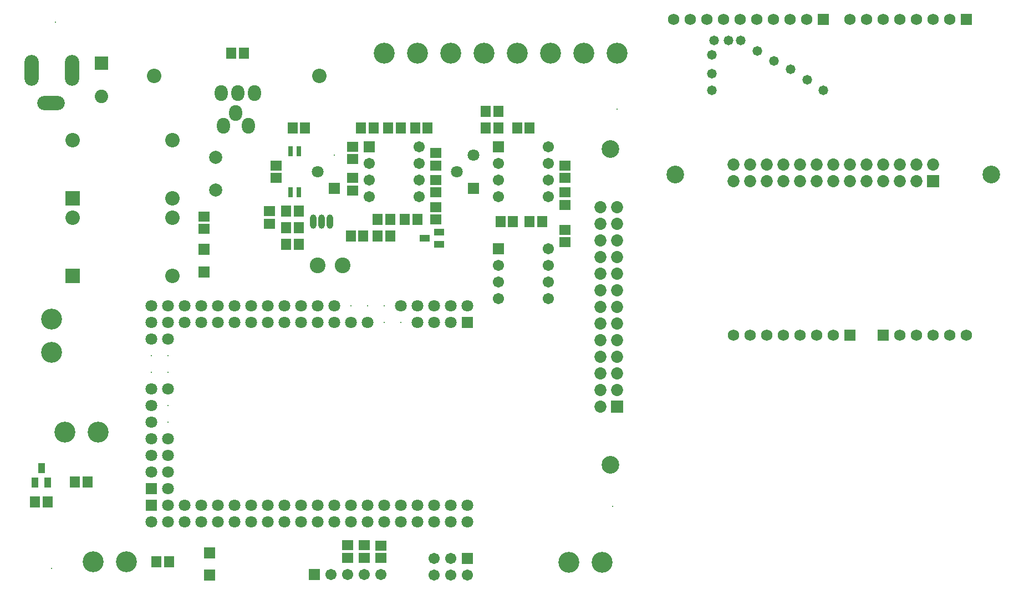
<source format=gts>
%FSLAX25Y25*%
%MOIN*%
G70*
G01*
G75*
G04 Layer_Color=8388736*
%ADD10R,0.05118X0.05906*%
%ADD11R,0.05118X0.03347*%
%ADD12R,0.06000X0.06000*%
%ADD13R,0.03347X0.05118*%
%ADD14R,0.02362X0.05118*%
%ADD15R,0.05906X0.05118*%
%ADD16C,0.02500*%
%ADD17C,0.10000*%
%ADD18C,0.01500*%
%ADD19O,0.07087X0.08661*%
%ADD20R,0.06000X0.06000*%
%ADD21C,0.06000*%
%ADD22C,0.07874*%
%ADD23R,0.07874X0.07874*%
%ADD24O,0.15748X0.07874*%
%ADD25O,0.07874X0.17716*%
%ADD26O,0.03000X0.07874*%
%ADD27R,0.06299X0.06299*%
%ADD28C,0.06299*%
%ADD29O,0.03000X0.07874*%
%ADD30C,0.07087*%
%ADD31R,0.05906X0.05906*%
%ADD32C,0.05906*%
%ADD33R,0.07284X0.07284*%
%ADD34C,0.07284*%
%ADD35R,0.06299X0.06299*%
%ADD36C,0.08661*%
%ADD37C,0.06496*%
%ADD38R,0.06496X0.06496*%
%ADD39R,0.06496X0.06496*%
%ADD40C,0.11811*%
%ADD41C,0.09843*%
%ADD42C,0.05000*%
%ADD43R,0.00787X0.00787*%
%ADD44C,0.08000*%
%ADD45C,0.00787*%
%ADD46C,0.01000*%
%ADD47C,0.00984*%
%ADD48C,0.02362*%
%ADD49R,0.01181X0.08268*%
%ADD50R,0.08268X0.01181*%
%ADD51C,0.05906*%
%ADD52C,0.01969*%
%ADD53C,0.03937*%
%ADD54C,0.02000*%
%ADD55C,0.00500*%
%ADD56C,0.00700*%
%ADD57C,0.03000*%
%ADD58C,0.00800*%
%ADD59C,0.00591*%
%ADD60R,0.20000X0.25000*%
%ADD61R,0.06102X0.16142*%
%ADD62R,0.05918X0.06706*%
%ADD63R,0.05918X0.04147*%
%ADD64R,0.06800X0.06800*%
%ADD65R,0.04147X0.05918*%
%ADD66R,0.03162X0.05918*%
%ADD67R,0.06706X0.05918*%
%ADD68O,0.07887X0.09461*%
%ADD69R,0.06800X0.06800*%
%ADD70C,0.06800*%
%ADD71C,0.08674*%
%ADD72R,0.08674X0.08674*%
%ADD73O,0.16548X0.08674*%
%ADD74O,0.08674X0.18517*%
%ADD75O,0.03800X0.08674*%
%ADD76R,0.07099X0.07099*%
%ADD77C,0.07099*%
%ADD78C,0.00800*%
%ADD79O,0.03800X0.08674*%
%ADD80C,0.07887*%
%ADD81R,0.06706X0.06706*%
%ADD82C,0.06706*%
%ADD83R,0.08083X0.08083*%
%ADD84C,0.08083*%
%ADD85R,0.07099X0.07099*%
%ADD86C,0.09461*%
%ADD87C,0.07296*%
%ADD88R,0.07296X0.07296*%
%ADD89R,0.07296X0.07296*%
%ADD90C,0.12611*%
%ADD91C,0.10642*%
%ADD92C,0.05800*%
D62*
X165394Y279714D02*
D03*
X172874D02*
D03*
X206644D02*
D03*
X214124D02*
D03*
X281644Y289715D02*
D03*
X289124D02*
D03*
X207874Y214715D02*
D03*
X200394D02*
D03*
X222894Y279714D02*
D03*
X230374D02*
D03*
X136124Y324714D02*
D03*
X128644D02*
D03*
X240374Y224714D02*
D03*
X232894D02*
D03*
X246624Y279714D02*
D03*
X239144D02*
D03*
X161644Y219714D02*
D03*
X169124D02*
D03*
X169124Y229714D02*
D03*
X161644D02*
D03*
X83644Y18714D02*
D03*
X91124D02*
D03*
X34644Y66715D02*
D03*
X42124D02*
D03*
X10644Y54715D02*
D03*
X18124D02*
D03*
X281644Y279714D02*
D03*
X289124D02*
D03*
X224124Y214715D02*
D03*
X216644D02*
D03*
X169124Y209715D02*
D03*
X161644D02*
D03*
X290394Y223464D02*
D03*
X297874D02*
D03*
X307894D02*
D03*
X315374D02*
D03*
X216644Y224714D02*
D03*
X224124D02*
D03*
X307874Y279714D02*
D03*
X300394D02*
D03*
D63*
X253465Y209724D02*
D03*
X244803Y213464D02*
D03*
X253465Y217205D02*
D03*
D64*
X112134Y193214D02*
D03*
Y206715D02*
D03*
X115384Y24215D02*
D03*
Y10714D02*
D03*
D65*
X10644Y66384D02*
D03*
X14384Y75045D02*
D03*
X18124Y66384D02*
D03*
D66*
X169134Y265866D02*
D03*
X164134Y241063D02*
D03*
X169134D02*
D03*
X164134Y265866D02*
D03*
D67*
X218384Y28455D02*
D03*
Y20974D02*
D03*
X198634Y28705D02*
D03*
Y21224D02*
D03*
X208634Y28705D02*
D03*
Y21224D02*
D03*
X329134Y249724D02*
D03*
Y257205D02*
D03*
X151634Y229705D02*
D03*
Y222224D02*
D03*
X329134Y218455D02*
D03*
Y210974D02*
D03*
X112134Y226455D02*
D03*
Y218974D02*
D03*
X251634Y240974D02*
D03*
Y248455D02*
D03*
Y264705D02*
D03*
Y257224D02*
D03*
Y232205D02*
D03*
Y224724D02*
D03*
X155384Y249724D02*
D03*
Y257205D02*
D03*
X329134Y233474D02*
D03*
Y240955D02*
D03*
X201634Y268455D02*
D03*
Y260974D02*
D03*
Y249705D02*
D03*
Y242224D02*
D03*
D68*
X138750Y281250D02*
D03*
X131250Y288750D02*
D03*
X123750Y281250D02*
D03*
X142384Y300714D02*
D03*
X132384D02*
D03*
X122384D02*
D03*
D69*
X500625Y155000D02*
D03*
X570625Y345000D02*
D03*
X484625D02*
D03*
X520625Y155000D02*
D03*
D70*
X470625D02*
D03*
X460625D02*
D03*
X450625D02*
D03*
X440625D02*
D03*
X430625D02*
D03*
X490625D02*
D03*
X480625D02*
D03*
X540625Y345000D02*
D03*
X530625D02*
D03*
X520625D02*
D03*
X510625D02*
D03*
X500625D02*
D03*
X560625D02*
D03*
X550625D02*
D03*
X474625D02*
D03*
X464625D02*
D03*
X454625D02*
D03*
X444625D02*
D03*
X434625D02*
D03*
X424625D02*
D03*
X414625D02*
D03*
X404625D02*
D03*
X394625D02*
D03*
X530625Y155000D02*
D03*
X540625D02*
D03*
X550625D02*
D03*
X560625D02*
D03*
X570625D02*
D03*
D71*
X181625Y311250D02*
D03*
X82125D02*
D03*
X93125Y237500D02*
D03*
Y272500D02*
D03*
X33125D02*
D03*
X93125Y190625D02*
D03*
Y225625D02*
D03*
X33125D02*
D03*
D72*
Y237500D02*
D03*
Y190625D02*
D03*
D73*
X20321Y294714D02*
D03*
D74*
X8510Y314400D02*
D03*
X32919D02*
D03*
D75*
X182884Y223464D02*
D03*
X177884D02*
D03*
D76*
X190384Y243464D02*
D03*
X274134D02*
D03*
D77*
X180384Y253465D02*
D03*
X264134D02*
D03*
X274134Y263464D02*
D03*
X270384Y42715D02*
D03*
Y52715D02*
D03*
X260384Y42715D02*
D03*
Y52715D02*
D03*
X250384Y42715D02*
D03*
Y52715D02*
D03*
X240384Y42715D02*
D03*
Y52715D02*
D03*
X230384Y42715D02*
D03*
Y52715D02*
D03*
X220384Y42715D02*
D03*
Y52715D02*
D03*
X210384Y42715D02*
D03*
Y52715D02*
D03*
X200384Y42715D02*
D03*
Y52715D02*
D03*
X190384Y42715D02*
D03*
Y52715D02*
D03*
X180384Y42715D02*
D03*
Y52715D02*
D03*
X170384Y42715D02*
D03*
Y52715D02*
D03*
X160384Y42715D02*
D03*
Y52715D02*
D03*
X150384Y42715D02*
D03*
Y52715D02*
D03*
X140384Y42715D02*
D03*
Y52715D02*
D03*
X130384Y42715D02*
D03*
Y52715D02*
D03*
X120384Y42715D02*
D03*
Y52715D02*
D03*
X110384Y42715D02*
D03*
Y52715D02*
D03*
X100384Y42715D02*
D03*
Y52715D02*
D03*
X90384Y42715D02*
D03*
Y52715D02*
D03*
X80384Y42715D02*
D03*
X90384Y152715D02*
D03*
X80384D02*
D03*
X90384Y122714D02*
D03*
X80384D02*
D03*
Y112715D02*
D03*
Y102715D02*
D03*
X90384Y92715D02*
D03*
X80384D02*
D03*
X90384Y82714D02*
D03*
X80384D02*
D03*
X90384Y72715D02*
D03*
X80384D02*
D03*
X90384Y62714D02*
D03*
X80384Y172714D02*
D03*
Y162715D02*
D03*
X90384Y172714D02*
D03*
Y162715D02*
D03*
X100384Y172714D02*
D03*
Y162715D02*
D03*
X110384Y172714D02*
D03*
Y162715D02*
D03*
X120384Y172714D02*
D03*
Y162715D02*
D03*
X130384Y172714D02*
D03*
Y162715D02*
D03*
X140384Y172714D02*
D03*
Y162715D02*
D03*
X150384Y172714D02*
D03*
Y162715D02*
D03*
X160384Y172714D02*
D03*
Y162715D02*
D03*
X170384Y172714D02*
D03*
Y162715D02*
D03*
X180384Y172714D02*
D03*
Y162715D02*
D03*
X190384Y172714D02*
D03*
Y162715D02*
D03*
X200384D02*
D03*
X210384D02*
D03*
X230384Y172714D02*
D03*
X240384D02*
D03*
Y162715D02*
D03*
X250384Y172714D02*
D03*
Y162715D02*
D03*
X260384Y172714D02*
D03*
Y162715D02*
D03*
X270384Y172714D02*
D03*
D78*
X190384Y263464D02*
D03*
X90384Y142715D02*
D03*
X80384D02*
D03*
X90384Y132714D02*
D03*
X80384D02*
D03*
X90384Y112715D02*
D03*
Y102715D02*
D03*
X200384Y172714D02*
D03*
X210384D02*
D03*
X220384D02*
D03*
Y162715D02*
D03*
X230384D02*
D03*
X360384Y290965D02*
D03*
X22884Y343464D02*
D03*
X20384Y14715D02*
D03*
X357884Y52214D02*
D03*
D79*
X187884Y223464D02*
D03*
D80*
X119134Y242372D02*
D03*
Y262057D02*
D03*
D81*
X211634Y268464D02*
D03*
X178634Y10965D02*
D03*
X270384Y20715D02*
D03*
X289134Y268464D02*
D03*
Y207214D02*
D03*
D82*
X211634Y258465D02*
D03*
Y248464D02*
D03*
Y238464D02*
D03*
X241634Y268464D02*
D03*
Y258465D02*
D03*
Y248464D02*
D03*
Y238464D02*
D03*
X218634Y10965D02*
D03*
X208634D02*
D03*
X198634D02*
D03*
X188634D02*
D03*
X270384Y10714D02*
D03*
X260384Y20715D02*
D03*
Y10714D02*
D03*
X250384Y20715D02*
D03*
Y10714D02*
D03*
X319134Y238464D02*
D03*
Y248464D02*
D03*
Y258465D02*
D03*
Y268464D02*
D03*
X289134Y238464D02*
D03*
Y248464D02*
D03*
Y258465D02*
D03*
X319134Y177215D02*
D03*
Y187215D02*
D03*
Y197214D02*
D03*
Y207214D02*
D03*
X289134Y177215D02*
D03*
Y187215D02*
D03*
Y197214D02*
D03*
D83*
X50384Y318714D02*
D03*
D84*
Y298714D02*
D03*
D85*
X80384Y52715D02*
D03*
Y62714D02*
D03*
X270384Y162715D02*
D03*
D86*
X195384Y197214D02*
D03*
X180384D02*
D03*
D87*
X430384Y257715D02*
D03*
Y247714D02*
D03*
X440384Y257715D02*
D03*
Y247714D02*
D03*
X450384Y257715D02*
D03*
Y247714D02*
D03*
X460384Y257715D02*
D03*
Y247714D02*
D03*
X470384Y257715D02*
D03*
Y247714D02*
D03*
X480384Y257715D02*
D03*
Y247714D02*
D03*
X490384Y257715D02*
D03*
Y247714D02*
D03*
X500384Y257715D02*
D03*
Y247714D02*
D03*
X510384Y257715D02*
D03*
Y247714D02*
D03*
X520384Y257715D02*
D03*
Y247714D02*
D03*
X530384Y257715D02*
D03*
Y247714D02*
D03*
X540384Y257715D02*
D03*
Y247714D02*
D03*
X550384Y257715D02*
D03*
X350384Y232214D02*
D03*
X360384D02*
D03*
X350384Y222215D02*
D03*
X360384D02*
D03*
X350384Y212214D02*
D03*
X360384D02*
D03*
X350384Y202215D02*
D03*
X360384D02*
D03*
X350384Y192215D02*
D03*
X360384D02*
D03*
X350384Y182214D02*
D03*
X360384D02*
D03*
X350384Y172214D02*
D03*
X360384D02*
D03*
X350384Y162215D02*
D03*
X360384D02*
D03*
X350384Y152215D02*
D03*
X360384D02*
D03*
X350384Y142215D02*
D03*
X360384D02*
D03*
X350384Y132214D02*
D03*
X360384D02*
D03*
X350384Y122214D02*
D03*
X360384D02*
D03*
X350384Y112215D02*
D03*
D88*
X550384Y247714D02*
D03*
D89*
X360384Y112215D02*
D03*
D90*
X48384Y96715D02*
D03*
X28384D02*
D03*
X45384Y18714D02*
D03*
X65384D02*
D03*
X240384Y324714D02*
D03*
X220384D02*
D03*
X20384Y164715D02*
D03*
Y144714D02*
D03*
X280384Y324714D02*
D03*
X260384D02*
D03*
X300384D02*
D03*
X320384D02*
D03*
X331634Y18464D02*
D03*
X351634D02*
D03*
X340384Y324714D02*
D03*
X360384D02*
D03*
D91*
X585384Y251730D02*
D03*
X395384D02*
D03*
X356368Y77214D02*
D03*
Y267214D02*
D03*
D92*
X418750Y332500D02*
D03*
X417500Y302500D02*
D03*
Y312500D02*
D03*
Y323750D02*
D03*
X427500Y332500D02*
D03*
X484625Y302500D02*
D03*
X475000Y308750D02*
D03*
X465000Y315000D02*
D03*
X455000Y320000D02*
D03*
X445000Y326250D02*
D03*
X435000Y332500D02*
D03*
M02*

</source>
